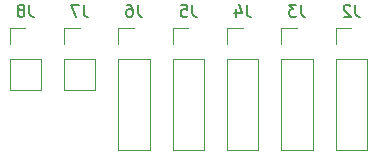
<source format=gbr>
%TF.GenerationSoftware,KiCad,Pcbnew,7.0.2*%
%TF.CreationDate,2023-11-03T12:42:45-06:00*%
%TF.ProjectId,KF50_DB25_PinHeader,4b463530-5f44-4423-9235-5f50696e4865,rev?*%
%TF.SameCoordinates,Original*%
%TF.FileFunction,Legend,Bot*%
%TF.FilePolarity,Positive*%
%FSLAX46Y46*%
G04 Gerber Fmt 4.6, Leading zero omitted, Abs format (unit mm)*
G04 Created by KiCad (PCBNEW 7.0.2) date 2023-11-03 12:42:45*
%MOMM*%
%LPD*%
G01*
G04 APERTURE LIST*
%ADD10C,0.150000*%
%ADD11C,0.120000*%
%ADD12C,22.000000*%
%ADD13C,10.000000*%
%ADD14O,1.700000X1.700000*%
%ADD15R,1.700000X1.700000*%
%ADD16C,5.000000*%
%ADD17C,1.800000*%
%ADD18R,1.800000X1.800000*%
G04 APERTURE END LIST*
D10*
%TO.C,J8*%
X-14666666Y5807380D02*
X-14666666Y5093095D01*
X-14666666Y5093095D02*
X-14619047Y4950238D01*
X-14619047Y4950238D02*
X-14523809Y4855000D01*
X-14523809Y4855000D02*
X-14380952Y4807380D01*
X-14380952Y4807380D02*
X-14285714Y4807380D01*
X-15285714Y5378809D02*
X-15190476Y5426428D01*
X-15190476Y5426428D02*
X-15142857Y5474047D01*
X-15142857Y5474047D02*
X-15095238Y5569285D01*
X-15095238Y5569285D02*
X-15095238Y5616904D01*
X-15095238Y5616904D02*
X-15142857Y5712142D01*
X-15142857Y5712142D02*
X-15190476Y5759761D01*
X-15190476Y5759761D02*
X-15285714Y5807380D01*
X-15285714Y5807380D02*
X-15476190Y5807380D01*
X-15476190Y5807380D02*
X-15571428Y5759761D01*
X-15571428Y5759761D02*
X-15619047Y5712142D01*
X-15619047Y5712142D02*
X-15666666Y5616904D01*
X-15666666Y5616904D02*
X-15666666Y5569285D01*
X-15666666Y5569285D02*
X-15619047Y5474047D01*
X-15619047Y5474047D02*
X-15571428Y5426428D01*
X-15571428Y5426428D02*
X-15476190Y5378809D01*
X-15476190Y5378809D02*
X-15285714Y5378809D01*
X-15285714Y5378809D02*
X-15190476Y5331190D01*
X-15190476Y5331190D02*
X-15142857Y5283571D01*
X-15142857Y5283571D02*
X-15095238Y5188333D01*
X-15095238Y5188333D02*
X-15095238Y4997857D01*
X-15095238Y4997857D02*
X-15142857Y4902619D01*
X-15142857Y4902619D02*
X-15190476Y4855000D01*
X-15190476Y4855000D02*
X-15285714Y4807380D01*
X-15285714Y4807380D02*
X-15476190Y4807380D01*
X-15476190Y4807380D02*
X-15571428Y4855000D01*
X-15571428Y4855000D02*
X-15619047Y4902619D01*
X-15619047Y4902619D02*
X-15666666Y4997857D01*
X-15666666Y4997857D02*
X-15666666Y5188333D01*
X-15666666Y5188333D02*
X-15619047Y5283571D01*
X-15619047Y5283571D02*
X-15571428Y5331190D01*
X-15571428Y5331190D02*
X-15476190Y5378809D01*
%TO.C,J7*%
X-10066666Y5807380D02*
X-10066666Y5093095D01*
X-10066666Y5093095D02*
X-10019047Y4950238D01*
X-10019047Y4950238D02*
X-9923809Y4855000D01*
X-9923809Y4855000D02*
X-9780952Y4807380D01*
X-9780952Y4807380D02*
X-9685714Y4807380D01*
X-10447619Y5807380D02*
X-11114285Y5807380D01*
X-11114285Y5807380D02*
X-10685714Y4807380D01*
%TO.C,J6*%
X-5466666Y5807380D02*
X-5466666Y5093095D01*
X-5466666Y5093095D02*
X-5419047Y4950238D01*
X-5419047Y4950238D02*
X-5323809Y4855000D01*
X-5323809Y4855000D02*
X-5180952Y4807380D01*
X-5180952Y4807380D02*
X-5085714Y4807380D01*
X-6371428Y5807380D02*
X-6180952Y5807380D01*
X-6180952Y5807380D02*
X-6085714Y5759761D01*
X-6085714Y5759761D02*
X-6038095Y5712142D01*
X-6038095Y5712142D02*
X-5942857Y5569285D01*
X-5942857Y5569285D02*
X-5895238Y5378809D01*
X-5895238Y5378809D02*
X-5895238Y4997857D01*
X-5895238Y4997857D02*
X-5942857Y4902619D01*
X-5942857Y4902619D02*
X-5990476Y4855000D01*
X-5990476Y4855000D02*
X-6085714Y4807380D01*
X-6085714Y4807380D02*
X-6276190Y4807380D01*
X-6276190Y4807380D02*
X-6371428Y4855000D01*
X-6371428Y4855000D02*
X-6419047Y4902619D01*
X-6419047Y4902619D02*
X-6466666Y4997857D01*
X-6466666Y4997857D02*
X-6466666Y5235952D01*
X-6466666Y5235952D02*
X-6419047Y5331190D01*
X-6419047Y5331190D02*
X-6371428Y5378809D01*
X-6371428Y5378809D02*
X-6276190Y5426428D01*
X-6276190Y5426428D02*
X-6085714Y5426428D01*
X-6085714Y5426428D02*
X-5990476Y5378809D01*
X-5990476Y5378809D02*
X-5942857Y5331190D01*
X-5942857Y5331190D02*
X-5895238Y5235952D01*
%TO.C,J5*%
X-866666Y5807380D02*
X-866666Y5093095D01*
X-866666Y5093095D02*
X-819047Y4950238D01*
X-819047Y4950238D02*
X-723809Y4855000D01*
X-723809Y4855000D02*
X-580952Y4807380D01*
X-580952Y4807380D02*
X-485714Y4807380D01*
X-1819047Y5807380D02*
X-1342857Y5807380D01*
X-1342857Y5807380D02*
X-1295238Y5331190D01*
X-1295238Y5331190D02*
X-1342857Y5378809D01*
X-1342857Y5378809D02*
X-1438095Y5426428D01*
X-1438095Y5426428D02*
X-1676190Y5426428D01*
X-1676190Y5426428D02*
X-1771428Y5378809D01*
X-1771428Y5378809D02*
X-1819047Y5331190D01*
X-1819047Y5331190D02*
X-1866666Y5235952D01*
X-1866666Y5235952D02*
X-1866666Y4997857D01*
X-1866666Y4997857D02*
X-1819047Y4902619D01*
X-1819047Y4902619D02*
X-1771428Y4855000D01*
X-1771428Y4855000D02*
X-1676190Y4807380D01*
X-1676190Y4807380D02*
X-1438095Y4807380D01*
X-1438095Y4807380D02*
X-1342857Y4855000D01*
X-1342857Y4855000D02*
X-1295238Y4902619D01*
%TO.C,J4*%
X3733333Y5807380D02*
X3733333Y5093095D01*
X3733333Y5093095D02*
X3780952Y4950238D01*
X3780952Y4950238D02*
X3876190Y4855000D01*
X3876190Y4855000D02*
X4019047Y4807380D01*
X4019047Y4807380D02*
X4114285Y4807380D01*
X2828571Y5474047D02*
X2828571Y4807380D01*
X3066666Y5855000D02*
X3304761Y5140714D01*
X3304761Y5140714D02*
X2685714Y5140714D01*
%TO.C,J3*%
X8333333Y5807380D02*
X8333333Y5093095D01*
X8333333Y5093095D02*
X8380952Y4950238D01*
X8380952Y4950238D02*
X8476190Y4855000D01*
X8476190Y4855000D02*
X8619047Y4807380D01*
X8619047Y4807380D02*
X8714285Y4807380D01*
X7952380Y5807380D02*
X7333333Y5807380D01*
X7333333Y5807380D02*
X7666666Y5426428D01*
X7666666Y5426428D02*
X7523809Y5426428D01*
X7523809Y5426428D02*
X7428571Y5378809D01*
X7428571Y5378809D02*
X7380952Y5331190D01*
X7380952Y5331190D02*
X7333333Y5235952D01*
X7333333Y5235952D02*
X7333333Y4997857D01*
X7333333Y4997857D02*
X7380952Y4902619D01*
X7380952Y4902619D02*
X7428571Y4855000D01*
X7428571Y4855000D02*
X7523809Y4807380D01*
X7523809Y4807380D02*
X7809523Y4807380D01*
X7809523Y4807380D02*
X7904761Y4855000D01*
X7904761Y4855000D02*
X7952380Y4902619D01*
%TO.C,J2*%
X12933333Y5807380D02*
X12933333Y5093095D01*
X12933333Y5093095D02*
X12980952Y4950238D01*
X12980952Y4950238D02*
X13076190Y4855000D01*
X13076190Y4855000D02*
X13219047Y4807380D01*
X13219047Y4807380D02*
X13314285Y4807380D01*
X12504761Y5712142D02*
X12457142Y5759761D01*
X12457142Y5759761D02*
X12361904Y5807380D01*
X12361904Y5807380D02*
X12123809Y5807380D01*
X12123809Y5807380D02*
X12028571Y5759761D01*
X12028571Y5759761D02*
X11980952Y5712142D01*
X11980952Y5712142D02*
X11933333Y5616904D01*
X11933333Y5616904D02*
X11933333Y5521666D01*
X11933333Y5521666D02*
X11980952Y5378809D01*
X11980952Y5378809D02*
X12552380Y4807380D01*
X12552380Y4807380D02*
X11933333Y4807380D01*
D11*
%TO.C,J8*%
X-13670000Y-1370000D02*
X-16330000Y-1370000D01*
X-16330000Y3830000D02*
X-16330000Y2500000D01*
X-15000000Y3830000D02*
X-16330000Y3830000D01*
X-13670000Y1230000D02*
X-16330000Y1230000D01*
X-16330000Y1230000D02*
X-16330000Y-1370000D01*
X-13670000Y1230000D02*
X-13670000Y-1370000D01*
%TO.C,J7*%
X-9070000Y-1370000D02*
X-11730000Y-1370000D01*
X-11730000Y3830000D02*
X-11730000Y2500000D01*
X-10400000Y3830000D02*
X-11730000Y3830000D01*
X-9070000Y1230000D02*
X-11730000Y1230000D01*
X-11730000Y1230000D02*
X-11730000Y-1370000D01*
X-9070000Y1230000D02*
X-9070000Y-1370000D01*
%TO.C,J6*%
X-4470000Y-6450000D02*
X-7130000Y-6450000D01*
X-7130000Y1230000D02*
X-7130000Y-6450000D01*
X-4470000Y1230000D02*
X-7130000Y1230000D01*
X-4470000Y1230000D02*
X-4470000Y-6450000D01*
X-7130000Y3830000D02*
X-7130000Y2500000D01*
X-5800000Y3830000D02*
X-7130000Y3830000D01*
%TO.C,J5*%
X130000Y-6450000D02*
X-2530000Y-6450000D01*
X-2530000Y1230000D02*
X-2530000Y-6450000D01*
X130000Y1230000D02*
X-2530000Y1230000D01*
X130000Y1230000D02*
X130000Y-6450000D01*
X-2530000Y3830000D02*
X-2530000Y2500000D01*
X-1200000Y3830000D02*
X-2530000Y3830000D01*
%TO.C,J4*%
X4730000Y-6450000D02*
X2070000Y-6450000D01*
X2070000Y1230000D02*
X2070000Y-6450000D01*
X4730000Y1230000D02*
X2070000Y1230000D01*
X4730000Y1230000D02*
X4730000Y-6450000D01*
X2070000Y3830000D02*
X2070000Y2500000D01*
X3400000Y3830000D02*
X2070000Y3830000D01*
%TO.C,J3*%
X9330000Y-6450000D02*
X6670000Y-6450000D01*
X6670000Y1230000D02*
X6670000Y-6450000D01*
X9330000Y1230000D02*
X6670000Y1230000D01*
X9330000Y1230000D02*
X9330000Y-6450000D01*
X6670000Y3830000D02*
X6670000Y2500000D01*
X8000000Y3830000D02*
X6670000Y3830000D01*
%TO.C,J2*%
X13930000Y-6450000D02*
X11270000Y-6450000D01*
X11270000Y1230000D02*
X11270000Y-6450000D01*
X13930000Y1230000D02*
X11270000Y1230000D01*
X13930000Y1230000D02*
X13930000Y-6450000D01*
X11270000Y3830000D02*
X11270000Y2500000D01*
X12600000Y3830000D02*
X11270000Y3830000D01*
%TD*%
%LPC*%
D12*
X36323279Y0D02*
G75*
G03*
X36323279Y0I-36323279J0D01*
G01*
D13*
%TO.C,H8*%
X38341001Y15881362D03*
%TD*%
%TO.C,H7*%
X38341001Y-15881362D03*
%TD*%
D14*
%TO.C,J8*%
X-15000000Y-40000D03*
D15*
X-15000000Y2500000D03*
%TD*%
D14*
%TO.C,J7*%
X-10400000Y-40000D03*
D15*
X-10400000Y2500000D03*
%TD*%
D14*
%TO.C,J6*%
X-5800000Y-5120000D03*
X-5800000Y-2580000D03*
X-5800000Y-40000D03*
D15*
X-5800000Y2500000D03*
%TD*%
D14*
%TO.C,J5*%
X-1200000Y-5120000D03*
X-1200000Y-2580000D03*
X-1200000Y-40000D03*
D15*
X-1200000Y2500000D03*
%TD*%
D14*
%TO.C,J4*%
X3400000Y-5120000D03*
X3400000Y-2580000D03*
X3400000Y-40000D03*
D15*
X3400000Y2500000D03*
%TD*%
D14*
%TO.C,J3*%
X8000000Y-5120000D03*
X8000000Y-2580000D03*
X8000000Y-40000D03*
D15*
X8000000Y2500000D03*
%TD*%
D14*
%TO.C,J2*%
X12600000Y-5120000D03*
X12600000Y-2580000D03*
X12600000Y-40000D03*
D15*
X12600000Y2500000D03*
%TD*%
D16*
%TO.C,J1*%
X-23520000Y65080000D03*
X23520000Y65080000D03*
D17*
X-15235000Y66500000D03*
X-12465000Y66500000D03*
X-9695000Y66500000D03*
X-6925000Y66500000D03*
X-4155000Y66500000D03*
X-1385000Y66500000D03*
X1385000Y66500000D03*
X4155000Y66500000D03*
X6925000Y66500000D03*
X9695000Y66500000D03*
X12465000Y66500000D03*
X15235000Y66500000D03*
X-16620000Y63660000D03*
X-13850000Y63660000D03*
X-11080000Y63660000D03*
X-8310000Y63660000D03*
X-5540000Y63660000D03*
X-2770000Y63660000D03*
X0Y63660000D03*
X2770000Y63660000D03*
X5540000Y63660000D03*
X8310000Y63660000D03*
X11080000Y63660000D03*
X13850000Y63660000D03*
D18*
X16620000Y63660000D03*
%TD*%
D13*
%TO.C,H6*%
X15881362Y38341001D03*
%TD*%
%TO.C,H5*%
X-15881362Y-38341001D03*
%TD*%
%TO.C,H4*%
X15881362Y-38341001D03*
%TD*%
%TO.C,H3*%
X-38341001Y-15881362D03*
%TD*%
%TO.C,H2*%
X-38341001Y15881362D03*
%TD*%
%TO.C,H1*%
X-15881362Y38341001D03*
%TD*%
%LPD*%
M02*

</source>
